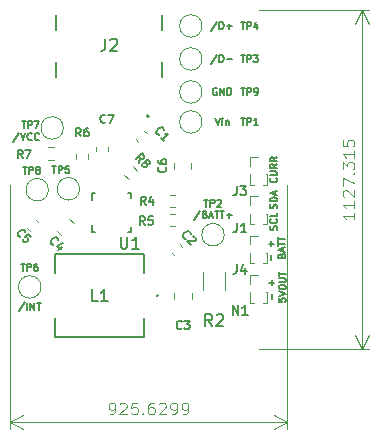
<source format=gbr>
%TF.GenerationSoftware,KiCad,Pcbnew,9.0.6*%
%TF.CreationDate,2025-12-26T02:16:26-08:00*%
%TF.ProjectId,NVG Monocular,4e564720-4d6f-46e6-9f63-756c61722e6b,rev?*%
%TF.SameCoordinates,Original*%
%TF.FileFunction,Legend,Top*%
%TF.FilePolarity,Positive*%
%FSLAX46Y46*%
G04 Gerber Fmt 4.6, Leading zero omitted, Abs format (unit mm)*
G04 Created by KiCad (PCBNEW 9.0.6) date 2025-12-26 02:16:26*
%MOMM*%
%LPD*%
G01*
G04 APERTURE LIST*
%ADD10C,0.100000*%
%ADD11C,0.146050*%
%ADD12C,0.130000*%
%ADD13C,0.139700*%
%ADD14C,0.150000*%
%ADD15C,0.120000*%
%ADD16C,0.152400*%
%ADD17C,0.200000*%
G04 APERTURE END LIST*
D10*
X146340986Y-107057419D02*
X146531462Y-107057419D01*
X146531462Y-107057419D02*
X146626700Y-107009800D01*
X146626700Y-107009800D02*
X146674319Y-106962180D01*
X146674319Y-106962180D02*
X146769557Y-106819323D01*
X146769557Y-106819323D02*
X146817176Y-106628847D01*
X146817176Y-106628847D02*
X146817176Y-106247895D01*
X146817176Y-106247895D02*
X146769557Y-106152657D01*
X146769557Y-106152657D02*
X146721938Y-106105038D01*
X146721938Y-106105038D02*
X146626700Y-106057419D01*
X146626700Y-106057419D02*
X146436224Y-106057419D01*
X146436224Y-106057419D02*
X146340986Y-106105038D01*
X146340986Y-106105038D02*
X146293367Y-106152657D01*
X146293367Y-106152657D02*
X146245748Y-106247895D01*
X146245748Y-106247895D02*
X146245748Y-106485990D01*
X146245748Y-106485990D02*
X146293367Y-106581228D01*
X146293367Y-106581228D02*
X146340986Y-106628847D01*
X146340986Y-106628847D02*
X146436224Y-106676466D01*
X146436224Y-106676466D02*
X146626700Y-106676466D01*
X146626700Y-106676466D02*
X146721938Y-106628847D01*
X146721938Y-106628847D02*
X146769557Y-106581228D01*
X146769557Y-106581228D02*
X146817176Y-106485990D01*
X147198129Y-106152657D02*
X147245748Y-106105038D01*
X147245748Y-106105038D02*
X147340986Y-106057419D01*
X147340986Y-106057419D02*
X147579081Y-106057419D01*
X147579081Y-106057419D02*
X147674319Y-106105038D01*
X147674319Y-106105038D02*
X147721938Y-106152657D01*
X147721938Y-106152657D02*
X147769557Y-106247895D01*
X147769557Y-106247895D02*
X147769557Y-106343133D01*
X147769557Y-106343133D02*
X147721938Y-106485990D01*
X147721938Y-106485990D02*
X147150510Y-107057419D01*
X147150510Y-107057419D02*
X147769557Y-107057419D01*
X148674319Y-106057419D02*
X148198129Y-106057419D01*
X148198129Y-106057419D02*
X148150510Y-106533609D01*
X148150510Y-106533609D02*
X148198129Y-106485990D01*
X148198129Y-106485990D02*
X148293367Y-106438371D01*
X148293367Y-106438371D02*
X148531462Y-106438371D01*
X148531462Y-106438371D02*
X148626700Y-106485990D01*
X148626700Y-106485990D02*
X148674319Y-106533609D01*
X148674319Y-106533609D02*
X148721938Y-106628847D01*
X148721938Y-106628847D02*
X148721938Y-106866942D01*
X148721938Y-106866942D02*
X148674319Y-106962180D01*
X148674319Y-106962180D02*
X148626700Y-107009800D01*
X148626700Y-107009800D02*
X148531462Y-107057419D01*
X148531462Y-107057419D02*
X148293367Y-107057419D01*
X148293367Y-107057419D02*
X148198129Y-107009800D01*
X148198129Y-107009800D02*
X148150510Y-106962180D01*
X149150510Y-106962180D02*
X149198129Y-107009800D01*
X149198129Y-107009800D02*
X149150510Y-107057419D01*
X149150510Y-107057419D02*
X149102891Y-107009800D01*
X149102891Y-107009800D02*
X149150510Y-106962180D01*
X149150510Y-106962180D02*
X149150510Y-107057419D01*
X150055271Y-106057419D02*
X149864795Y-106057419D01*
X149864795Y-106057419D02*
X149769557Y-106105038D01*
X149769557Y-106105038D02*
X149721938Y-106152657D01*
X149721938Y-106152657D02*
X149626700Y-106295514D01*
X149626700Y-106295514D02*
X149579081Y-106485990D01*
X149579081Y-106485990D02*
X149579081Y-106866942D01*
X149579081Y-106866942D02*
X149626700Y-106962180D01*
X149626700Y-106962180D02*
X149674319Y-107009800D01*
X149674319Y-107009800D02*
X149769557Y-107057419D01*
X149769557Y-107057419D02*
X149960033Y-107057419D01*
X149960033Y-107057419D02*
X150055271Y-107009800D01*
X150055271Y-107009800D02*
X150102890Y-106962180D01*
X150102890Y-106962180D02*
X150150509Y-106866942D01*
X150150509Y-106866942D02*
X150150509Y-106628847D01*
X150150509Y-106628847D02*
X150102890Y-106533609D01*
X150102890Y-106533609D02*
X150055271Y-106485990D01*
X150055271Y-106485990D02*
X149960033Y-106438371D01*
X149960033Y-106438371D02*
X149769557Y-106438371D01*
X149769557Y-106438371D02*
X149674319Y-106485990D01*
X149674319Y-106485990D02*
X149626700Y-106533609D01*
X149626700Y-106533609D02*
X149579081Y-106628847D01*
X150531462Y-106152657D02*
X150579081Y-106105038D01*
X150579081Y-106105038D02*
X150674319Y-106057419D01*
X150674319Y-106057419D02*
X150912414Y-106057419D01*
X150912414Y-106057419D02*
X151007652Y-106105038D01*
X151007652Y-106105038D02*
X151055271Y-106152657D01*
X151055271Y-106152657D02*
X151102890Y-106247895D01*
X151102890Y-106247895D02*
X151102890Y-106343133D01*
X151102890Y-106343133D02*
X151055271Y-106485990D01*
X151055271Y-106485990D02*
X150483843Y-107057419D01*
X150483843Y-107057419D02*
X151102890Y-107057419D01*
X151579081Y-107057419D02*
X151769557Y-107057419D01*
X151769557Y-107057419D02*
X151864795Y-107009800D01*
X151864795Y-107009800D02*
X151912414Y-106962180D01*
X151912414Y-106962180D02*
X152007652Y-106819323D01*
X152007652Y-106819323D02*
X152055271Y-106628847D01*
X152055271Y-106628847D02*
X152055271Y-106247895D01*
X152055271Y-106247895D02*
X152007652Y-106152657D01*
X152007652Y-106152657D02*
X151960033Y-106105038D01*
X151960033Y-106105038D02*
X151864795Y-106057419D01*
X151864795Y-106057419D02*
X151674319Y-106057419D01*
X151674319Y-106057419D02*
X151579081Y-106105038D01*
X151579081Y-106105038D02*
X151531462Y-106152657D01*
X151531462Y-106152657D02*
X151483843Y-106247895D01*
X151483843Y-106247895D02*
X151483843Y-106485990D01*
X151483843Y-106485990D02*
X151531462Y-106581228D01*
X151531462Y-106581228D02*
X151579081Y-106628847D01*
X151579081Y-106628847D02*
X151674319Y-106676466D01*
X151674319Y-106676466D02*
X151864795Y-106676466D01*
X151864795Y-106676466D02*
X151960033Y-106628847D01*
X151960033Y-106628847D02*
X152007652Y-106581228D01*
X152007652Y-106581228D02*
X152055271Y-106485990D01*
X152531462Y-107057419D02*
X152721938Y-107057419D01*
X152721938Y-107057419D02*
X152817176Y-107009800D01*
X152817176Y-107009800D02*
X152864795Y-106962180D01*
X152864795Y-106962180D02*
X152960033Y-106819323D01*
X152960033Y-106819323D02*
X153007652Y-106628847D01*
X153007652Y-106628847D02*
X153007652Y-106247895D01*
X153007652Y-106247895D02*
X152960033Y-106152657D01*
X152960033Y-106152657D02*
X152912414Y-106105038D01*
X152912414Y-106105038D02*
X152817176Y-106057419D01*
X152817176Y-106057419D02*
X152626700Y-106057419D01*
X152626700Y-106057419D02*
X152531462Y-106105038D01*
X152531462Y-106105038D02*
X152483843Y-106152657D01*
X152483843Y-106152657D02*
X152436224Y-106247895D01*
X152436224Y-106247895D02*
X152436224Y-106485990D01*
X152436224Y-106485990D02*
X152483843Y-106581228D01*
X152483843Y-106581228D02*
X152531462Y-106628847D01*
X152531462Y-106628847D02*
X152626700Y-106676466D01*
X152626700Y-106676466D02*
X152817176Y-106676466D01*
X152817176Y-106676466D02*
X152912414Y-106628847D01*
X152912414Y-106628847D02*
X152960033Y-106581228D01*
X152960033Y-106581228D02*
X153007652Y-106485990D01*
X137871200Y-87668800D02*
X137871200Y-108286420D01*
X161382200Y-108286420D02*
X161382200Y-87668800D01*
X137871200Y-107700000D02*
X161382200Y-107700000D01*
X137871200Y-107700000D02*
X138997704Y-107113579D01*
X137871200Y-107700000D02*
X138997704Y-108286421D01*
X161382200Y-107700000D02*
X160255696Y-108286421D01*
X161382200Y-107700000D02*
X160255696Y-107113579D01*
X167057419Y-89978323D02*
X167057419Y-90549751D01*
X167057419Y-90264037D02*
X166057419Y-90264037D01*
X166057419Y-90264037D02*
X166200276Y-90359275D01*
X166200276Y-90359275D02*
X166295514Y-90454513D01*
X166295514Y-90454513D02*
X166343133Y-90549751D01*
X167057419Y-89025942D02*
X167057419Y-89597370D01*
X167057419Y-89311656D02*
X166057419Y-89311656D01*
X166057419Y-89311656D02*
X166200276Y-89406894D01*
X166200276Y-89406894D02*
X166295514Y-89502132D01*
X166295514Y-89502132D02*
X166343133Y-89597370D01*
X166152657Y-88644989D02*
X166105038Y-88597370D01*
X166105038Y-88597370D02*
X166057419Y-88502132D01*
X166057419Y-88502132D02*
X166057419Y-88264037D01*
X166057419Y-88264037D02*
X166105038Y-88168799D01*
X166105038Y-88168799D02*
X166152657Y-88121180D01*
X166152657Y-88121180D02*
X166247895Y-88073561D01*
X166247895Y-88073561D02*
X166343133Y-88073561D01*
X166343133Y-88073561D02*
X166485990Y-88121180D01*
X166485990Y-88121180D02*
X167057419Y-88692608D01*
X167057419Y-88692608D02*
X167057419Y-88073561D01*
X166057419Y-87740227D02*
X166057419Y-87073561D01*
X166057419Y-87073561D02*
X167057419Y-87502132D01*
X166962180Y-86692608D02*
X167009800Y-86644989D01*
X167009800Y-86644989D02*
X167057419Y-86692608D01*
X167057419Y-86692608D02*
X167009800Y-86740227D01*
X167009800Y-86740227D02*
X166962180Y-86692608D01*
X166962180Y-86692608D02*
X167057419Y-86692608D01*
X166057419Y-86311656D02*
X166057419Y-85692609D01*
X166057419Y-85692609D02*
X166438371Y-86025942D01*
X166438371Y-86025942D02*
X166438371Y-85883085D01*
X166438371Y-85883085D02*
X166485990Y-85787847D01*
X166485990Y-85787847D02*
X166533609Y-85740228D01*
X166533609Y-85740228D02*
X166628847Y-85692609D01*
X166628847Y-85692609D02*
X166866942Y-85692609D01*
X166866942Y-85692609D02*
X166962180Y-85740228D01*
X166962180Y-85740228D02*
X167009800Y-85787847D01*
X167009800Y-85787847D02*
X167057419Y-85883085D01*
X167057419Y-85883085D02*
X167057419Y-86168799D01*
X167057419Y-86168799D02*
X167009800Y-86264037D01*
X167009800Y-86264037D02*
X166962180Y-86311656D01*
X167057419Y-84740228D02*
X167057419Y-85311656D01*
X167057419Y-85025942D02*
X166057419Y-85025942D01*
X166057419Y-85025942D02*
X166200276Y-85121180D01*
X166200276Y-85121180D02*
X166295514Y-85216418D01*
X166295514Y-85216418D02*
X166343133Y-85311656D01*
X166057419Y-83835466D02*
X166057419Y-84311656D01*
X166057419Y-84311656D02*
X166533609Y-84359275D01*
X166533609Y-84359275D02*
X166485990Y-84311656D01*
X166485990Y-84311656D02*
X166438371Y-84216418D01*
X166438371Y-84216418D02*
X166438371Y-83978323D01*
X166438371Y-83978323D02*
X166485990Y-83883085D01*
X166485990Y-83883085D02*
X166533609Y-83835466D01*
X166533609Y-83835466D02*
X166628847Y-83787847D01*
X166628847Y-83787847D02*
X166866942Y-83787847D01*
X166866942Y-83787847D02*
X166962180Y-83835466D01*
X166962180Y-83835466D02*
X167009800Y-83883085D01*
X167009800Y-83883085D02*
X167057419Y-83978323D01*
X167057419Y-83978323D02*
X167057419Y-84216418D01*
X167057419Y-84216418D02*
X167009800Y-84311656D01*
X167009800Y-84311656D02*
X166962180Y-84359275D01*
X158999300Y-101485700D02*
X168286420Y-101485700D01*
X168286420Y-72851900D02*
X158999300Y-72851900D01*
X167700000Y-101485700D02*
X167700000Y-72851900D01*
X167700000Y-101485700D02*
X167113579Y-100359196D01*
X167700000Y-101485700D02*
X168286421Y-100359196D01*
X167700000Y-72851900D02*
X168286421Y-73978404D01*
X167700000Y-72851900D02*
X167113579Y-73978404D01*
D11*
X160023157Y-93998819D02*
X160023157Y-93553715D01*
X160444071Y-87060991D02*
X160471891Y-87088810D01*
X160471891Y-87088810D02*
X160499710Y-87172267D01*
X160499710Y-87172267D02*
X160499710Y-87227905D01*
X160499710Y-87227905D02*
X160471891Y-87311362D01*
X160471891Y-87311362D02*
X160416252Y-87367000D01*
X160416252Y-87367000D02*
X160360614Y-87394819D01*
X160360614Y-87394819D02*
X160249338Y-87422638D01*
X160249338Y-87422638D02*
X160165881Y-87422638D01*
X160165881Y-87422638D02*
X160054605Y-87394819D01*
X160054605Y-87394819D02*
X159998967Y-87367000D01*
X159998967Y-87367000D02*
X159943329Y-87311362D01*
X159943329Y-87311362D02*
X159915510Y-87227905D01*
X159915510Y-87227905D02*
X159915510Y-87172267D01*
X159915510Y-87172267D02*
X159943329Y-87088810D01*
X159943329Y-87088810D02*
X159971148Y-87060991D01*
X159915510Y-86810619D02*
X160388433Y-86810619D01*
X160388433Y-86810619D02*
X160444071Y-86782800D01*
X160444071Y-86782800D02*
X160471891Y-86754981D01*
X160471891Y-86754981D02*
X160499710Y-86699343D01*
X160499710Y-86699343D02*
X160499710Y-86588067D01*
X160499710Y-86588067D02*
X160471891Y-86532429D01*
X160471891Y-86532429D02*
X160444071Y-86504610D01*
X160444071Y-86504610D02*
X160388433Y-86476791D01*
X160388433Y-86476791D02*
X159915510Y-86476791D01*
X160499710Y-85864772D02*
X160221519Y-86059505D01*
X160499710Y-86198600D02*
X159915510Y-86198600D01*
X159915510Y-86198600D02*
X159915510Y-85976048D01*
X159915510Y-85976048D02*
X159943329Y-85920410D01*
X159943329Y-85920410D02*
X159971148Y-85892591D01*
X159971148Y-85892591D02*
X160026786Y-85864772D01*
X160026786Y-85864772D02*
X160110243Y-85864772D01*
X160110243Y-85864772D02*
X160165881Y-85892591D01*
X160165881Y-85892591D02*
X160193700Y-85920410D01*
X160193700Y-85920410D02*
X160221519Y-85976048D01*
X160221519Y-85976048D02*
X160221519Y-86198600D01*
X160499710Y-85280572D02*
X160221519Y-85475305D01*
X160499710Y-85614400D02*
X159915510Y-85614400D01*
X159915510Y-85614400D02*
X159915510Y-85391848D01*
X159915510Y-85391848D02*
X159943329Y-85336210D01*
X159943329Y-85336210D02*
X159971148Y-85308391D01*
X159971148Y-85308391D02*
X160026786Y-85280572D01*
X160026786Y-85280572D02*
X160110243Y-85280572D01*
X160110243Y-85280572D02*
X160165881Y-85308391D01*
X160165881Y-85308391D02*
X160193700Y-85336210D01*
X160193700Y-85336210D02*
X160221519Y-85391848D01*
X160221519Y-85391848D02*
X160221519Y-85614400D01*
X160073957Y-96132419D02*
X160073957Y-95687315D01*
X160296510Y-95909867D02*
X159851405Y-95909867D01*
D12*
X155285714Y-81970811D02*
X155485714Y-82570811D01*
X155485714Y-82570811D02*
X155685714Y-81970811D01*
X155885715Y-82570811D02*
X155885715Y-82170811D01*
X155885715Y-81970811D02*
X155857143Y-81999382D01*
X155857143Y-81999382D02*
X155885715Y-82027954D01*
X155885715Y-82027954D02*
X155914286Y-81999382D01*
X155914286Y-81999382D02*
X155885715Y-81970811D01*
X155885715Y-81970811D02*
X155885715Y-82027954D01*
X156171429Y-82170811D02*
X156171429Y-82570811D01*
X156171429Y-82227954D02*
X156200000Y-82199382D01*
X156200000Y-82199382D02*
X156257143Y-82170811D01*
X156257143Y-82170811D02*
X156342857Y-82170811D01*
X156342857Y-82170811D02*
X156400000Y-82199382D01*
X156400000Y-82199382D02*
X156428572Y-82256525D01*
X156428572Y-82256525D02*
X156428572Y-82570811D01*
D13*
X160905230Y-93605064D02*
X160933049Y-93521607D01*
X160933049Y-93521607D02*
X160960868Y-93493788D01*
X160960868Y-93493788D02*
X161016506Y-93465969D01*
X161016506Y-93465969D02*
X161099963Y-93465969D01*
X161099963Y-93465969D02*
X161155601Y-93493788D01*
X161155601Y-93493788D02*
X161183421Y-93521607D01*
X161183421Y-93521607D02*
X161211240Y-93577245D01*
X161211240Y-93577245D02*
X161211240Y-93799797D01*
X161211240Y-93799797D02*
X160627040Y-93799797D01*
X160627040Y-93799797D02*
X160627040Y-93605064D01*
X160627040Y-93605064D02*
X160654859Y-93549426D01*
X160654859Y-93549426D02*
X160682678Y-93521607D01*
X160682678Y-93521607D02*
X160738316Y-93493788D01*
X160738316Y-93493788D02*
X160793954Y-93493788D01*
X160793954Y-93493788D02*
X160849592Y-93521607D01*
X160849592Y-93521607D02*
X160877411Y-93549426D01*
X160877411Y-93549426D02*
X160905230Y-93605064D01*
X160905230Y-93605064D02*
X160905230Y-93799797D01*
X161044325Y-93243416D02*
X161044325Y-92965226D01*
X161211240Y-93299054D02*
X160627040Y-93104321D01*
X160627040Y-93104321D02*
X161211240Y-92909588D01*
X160627040Y-92798311D02*
X160627040Y-92464483D01*
X161211240Y-92631397D02*
X160627040Y-92631397D01*
X160627040Y-92353206D02*
X160627040Y-92019378D01*
X161211240Y-92186292D02*
X160627040Y-92186292D01*
D11*
X160073957Y-97300819D02*
X160073957Y-96855715D01*
X160471891Y-91435838D02*
X160499710Y-91352381D01*
X160499710Y-91352381D02*
X160499710Y-91213286D01*
X160499710Y-91213286D02*
X160471891Y-91157648D01*
X160471891Y-91157648D02*
X160444071Y-91129829D01*
X160444071Y-91129829D02*
X160388433Y-91102010D01*
X160388433Y-91102010D02*
X160332795Y-91102010D01*
X160332795Y-91102010D02*
X160277157Y-91129829D01*
X160277157Y-91129829D02*
X160249338Y-91157648D01*
X160249338Y-91157648D02*
X160221519Y-91213286D01*
X160221519Y-91213286D02*
X160193700Y-91324562D01*
X160193700Y-91324562D02*
X160165881Y-91380200D01*
X160165881Y-91380200D02*
X160138062Y-91408019D01*
X160138062Y-91408019D02*
X160082424Y-91435838D01*
X160082424Y-91435838D02*
X160026786Y-91435838D01*
X160026786Y-91435838D02*
X159971148Y-91408019D01*
X159971148Y-91408019D02*
X159943329Y-91380200D01*
X159943329Y-91380200D02*
X159915510Y-91324562D01*
X159915510Y-91324562D02*
X159915510Y-91185467D01*
X159915510Y-91185467D02*
X159943329Y-91102010D01*
X160444071Y-90517810D02*
X160471891Y-90545629D01*
X160471891Y-90545629D02*
X160499710Y-90629086D01*
X160499710Y-90629086D02*
X160499710Y-90684724D01*
X160499710Y-90684724D02*
X160471891Y-90768181D01*
X160471891Y-90768181D02*
X160416252Y-90823819D01*
X160416252Y-90823819D02*
X160360614Y-90851638D01*
X160360614Y-90851638D02*
X160249338Y-90879457D01*
X160249338Y-90879457D02*
X160165881Y-90879457D01*
X160165881Y-90879457D02*
X160054605Y-90851638D01*
X160054605Y-90851638D02*
X159998967Y-90823819D01*
X159998967Y-90823819D02*
X159943329Y-90768181D01*
X159943329Y-90768181D02*
X159915510Y-90684724D01*
X159915510Y-90684724D02*
X159915510Y-90629086D01*
X159915510Y-90629086D02*
X159943329Y-90545629D01*
X159943329Y-90545629D02*
X159971148Y-90517810D01*
X160499710Y-89989248D02*
X160499710Y-90267438D01*
X160499710Y-90267438D02*
X159915510Y-90267438D01*
X160471891Y-89607038D02*
X160499710Y-89523581D01*
X160499710Y-89523581D02*
X160499710Y-89384486D01*
X160499710Y-89384486D02*
X160471891Y-89328848D01*
X160471891Y-89328848D02*
X160444071Y-89301029D01*
X160444071Y-89301029D02*
X160388433Y-89273210D01*
X160388433Y-89273210D02*
X160332795Y-89273210D01*
X160332795Y-89273210D02*
X160277157Y-89301029D01*
X160277157Y-89301029D02*
X160249338Y-89328848D01*
X160249338Y-89328848D02*
X160221519Y-89384486D01*
X160221519Y-89384486D02*
X160193700Y-89495762D01*
X160193700Y-89495762D02*
X160165881Y-89551400D01*
X160165881Y-89551400D02*
X160138062Y-89579219D01*
X160138062Y-89579219D02*
X160082424Y-89607038D01*
X160082424Y-89607038D02*
X160026786Y-89607038D01*
X160026786Y-89607038D02*
X159971148Y-89579219D01*
X159971148Y-89579219D02*
X159943329Y-89551400D01*
X159943329Y-89551400D02*
X159915510Y-89495762D01*
X159915510Y-89495762D02*
X159915510Y-89356667D01*
X159915510Y-89356667D02*
X159943329Y-89273210D01*
X160499710Y-89022838D02*
X159915510Y-89022838D01*
X159915510Y-89022838D02*
X159915510Y-88883743D01*
X159915510Y-88883743D02*
X159943329Y-88800286D01*
X159943329Y-88800286D02*
X159998967Y-88744648D01*
X159998967Y-88744648D02*
X160054605Y-88716829D01*
X160054605Y-88716829D02*
X160165881Y-88689010D01*
X160165881Y-88689010D02*
X160249338Y-88689010D01*
X160249338Y-88689010D02*
X160360614Y-88716829D01*
X160360614Y-88716829D02*
X160416252Y-88744648D01*
X160416252Y-88744648D02*
X160471891Y-88800286D01*
X160471891Y-88800286D02*
X160499710Y-88883743D01*
X160499710Y-88883743D02*
X160499710Y-89022838D01*
X160332795Y-88466457D02*
X160332795Y-88188267D01*
X160499710Y-88522095D02*
X159915510Y-88327362D01*
X159915510Y-88327362D02*
X160499710Y-88132629D01*
D13*
X160651711Y-97230007D02*
X160651711Y-97508197D01*
X160651711Y-97508197D02*
X160929901Y-97536016D01*
X160929901Y-97536016D02*
X160902082Y-97508197D01*
X160902082Y-97508197D02*
X160874263Y-97452559D01*
X160874263Y-97452559D02*
X160874263Y-97313464D01*
X160874263Y-97313464D02*
X160902082Y-97257826D01*
X160902082Y-97257826D02*
X160929901Y-97230007D01*
X160929901Y-97230007D02*
X160985539Y-97202188D01*
X160985539Y-97202188D02*
X161124634Y-97202188D01*
X161124634Y-97202188D02*
X161180272Y-97230007D01*
X161180272Y-97230007D02*
X161208092Y-97257826D01*
X161208092Y-97257826D02*
X161235911Y-97313464D01*
X161235911Y-97313464D02*
X161235911Y-97452559D01*
X161235911Y-97452559D02*
X161208092Y-97508197D01*
X161208092Y-97508197D02*
X161180272Y-97536016D01*
X160651711Y-97035273D02*
X161235911Y-96840540D01*
X161235911Y-96840540D02*
X160651711Y-96645807D01*
X160651711Y-96339797D02*
X160651711Y-96228521D01*
X160651711Y-96228521D02*
X160679530Y-96172883D01*
X160679530Y-96172883D02*
X160735168Y-96117245D01*
X160735168Y-96117245D02*
X160846444Y-96089426D01*
X160846444Y-96089426D02*
X161041177Y-96089426D01*
X161041177Y-96089426D02*
X161152453Y-96117245D01*
X161152453Y-96117245D02*
X161208092Y-96172883D01*
X161208092Y-96172883D02*
X161235911Y-96228521D01*
X161235911Y-96228521D02*
X161235911Y-96339797D01*
X161235911Y-96339797D02*
X161208092Y-96395435D01*
X161208092Y-96395435D02*
X161152453Y-96451073D01*
X161152453Y-96451073D02*
X161041177Y-96478892D01*
X161041177Y-96478892D02*
X160846444Y-96478892D01*
X160846444Y-96478892D02*
X160735168Y-96451073D01*
X160735168Y-96451073D02*
X160679530Y-96395435D01*
X160679530Y-96395435D02*
X160651711Y-96339797D01*
X160651711Y-95839054D02*
X161124634Y-95839054D01*
X161124634Y-95839054D02*
X161180272Y-95811235D01*
X161180272Y-95811235D02*
X161208092Y-95783416D01*
X161208092Y-95783416D02*
X161235911Y-95727778D01*
X161235911Y-95727778D02*
X161235911Y-95616502D01*
X161235911Y-95616502D02*
X161208092Y-95560864D01*
X161208092Y-95560864D02*
X161180272Y-95533045D01*
X161180272Y-95533045D02*
X161124634Y-95505226D01*
X161124634Y-95505226D02*
X160651711Y-95505226D01*
X160651711Y-95310492D02*
X160651711Y-94976664D01*
X161235911Y-95143578D02*
X160651711Y-95143578D01*
D11*
X160023157Y-92830419D02*
X160023157Y-92385315D01*
X160245710Y-92607867D02*
X159800605Y-92607867D01*
D12*
X138993656Y-86081611D02*
X139336514Y-86081611D01*
X139165085Y-86681611D02*
X139165085Y-86081611D01*
X139536514Y-86681611D02*
X139536514Y-86081611D01*
X139536514Y-86081611D02*
X139765085Y-86081611D01*
X139765085Y-86081611D02*
X139822228Y-86110182D01*
X139822228Y-86110182D02*
X139850799Y-86138754D01*
X139850799Y-86138754D02*
X139879371Y-86195897D01*
X139879371Y-86195897D02*
X139879371Y-86281611D01*
X139879371Y-86281611D02*
X139850799Y-86338754D01*
X139850799Y-86338754D02*
X139822228Y-86367325D01*
X139822228Y-86367325D02*
X139765085Y-86395897D01*
X139765085Y-86395897D02*
X139536514Y-86395897D01*
X140222228Y-86338754D02*
X140165085Y-86310182D01*
X140165085Y-86310182D02*
X140136514Y-86281611D01*
X140136514Y-86281611D02*
X140107942Y-86224468D01*
X140107942Y-86224468D02*
X140107942Y-86195897D01*
X140107942Y-86195897D02*
X140136514Y-86138754D01*
X140136514Y-86138754D02*
X140165085Y-86110182D01*
X140165085Y-86110182D02*
X140222228Y-86081611D01*
X140222228Y-86081611D02*
X140336514Y-86081611D01*
X140336514Y-86081611D02*
X140393657Y-86110182D01*
X140393657Y-86110182D02*
X140422228Y-86138754D01*
X140422228Y-86138754D02*
X140450799Y-86195897D01*
X140450799Y-86195897D02*
X140450799Y-86224468D01*
X140450799Y-86224468D02*
X140422228Y-86281611D01*
X140422228Y-86281611D02*
X140393657Y-86310182D01*
X140393657Y-86310182D02*
X140336514Y-86338754D01*
X140336514Y-86338754D02*
X140222228Y-86338754D01*
X140222228Y-86338754D02*
X140165085Y-86367325D01*
X140165085Y-86367325D02*
X140136514Y-86395897D01*
X140136514Y-86395897D02*
X140107942Y-86453040D01*
X140107942Y-86453040D02*
X140107942Y-86567325D01*
X140107942Y-86567325D02*
X140136514Y-86624468D01*
X140136514Y-86624468D02*
X140165085Y-86653040D01*
X140165085Y-86653040D02*
X140222228Y-86681611D01*
X140222228Y-86681611D02*
X140336514Y-86681611D01*
X140336514Y-86681611D02*
X140393657Y-86653040D01*
X140393657Y-86653040D02*
X140422228Y-86624468D01*
X140422228Y-86624468D02*
X140450799Y-86567325D01*
X140450799Y-86567325D02*
X140450799Y-86453040D01*
X140450799Y-86453040D02*
X140422228Y-86395897D01*
X140422228Y-86395897D02*
X140393657Y-86367325D01*
X140393657Y-86367325D02*
X140336514Y-86338754D01*
D14*
X152796738Y-92199070D02*
X152749598Y-92199070D01*
X152749598Y-92199070D02*
X152655317Y-92151929D01*
X152655317Y-92151929D02*
X152608176Y-92104789D01*
X152608176Y-92104789D02*
X152561036Y-92010508D01*
X152561036Y-92010508D02*
X152561036Y-91916227D01*
X152561036Y-91916227D02*
X152584606Y-91845516D01*
X152584606Y-91845516D02*
X152655317Y-91727665D01*
X152655317Y-91727665D02*
X152726027Y-91656955D01*
X152726027Y-91656955D02*
X152843879Y-91586244D01*
X152843879Y-91586244D02*
X152914589Y-91562674D01*
X152914589Y-91562674D02*
X153008870Y-91562674D01*
X153008870Y-91562674D02*
X153103151Y-91609814D01*
X153103151Y-91609814D02*
X153150291Y-91656955D01*
X153150291Y-91656955D02*
X153197432Y-91751236D01*
X153197432Y-91751236D02*
X153197432Y-91798376D01*
X153385994Y-91986938D02*
X153433134Y-91986938D01*
X153433134Y-91986938D02*
X153503845Y-92010508D01*
X153503845Y-92010508D02*
X153621696Y-92128359D01*
X153621696Y-92128359D02*
X153645266Y-92199070D01*
X153645266Y-92199070D02*
X153645266Y-92246210D01*
X153645266Y-92246210D02*
X153621696Y-92316921D01*
X153621696Y-92316921D02*
X153574556Y-92364061D01*
X153574556Y-92364061D02*
X153480275Y-92411202D01*
X153480275Y-92411202D02*
X152914589Y-92411202D01*
X152914589Y-92411202D02*
X153221002Y-92717615D01*
X152435733Y-99766566D02*
X152402400Y-99799900D01*
X152402400Y-99799900D02*
X152302400Y-99833233D01*
X152302400Y-99833233D02*
X152235733Y-99833233D01*
X152235733Y-99833233D02*
X152135733Y-99799900D01*
X152135733Y-99799900D02*
X152069067Y-99733233D01*
X152069067Y-99733233D02*
X152035733Y-99666566D01*
X152035733Y-99666566D02*
X152002400Y-99533233D01*
X152002400Y-99533233D02*
X152002400Y-99433233D01*
X152002400Y-99433233D02*
X152035733Y-99299900D01*
X152035733Y-99299900D02*
X152069067Y-99233233D01*
X152069067Y-99233233D02*
X152135733Y-99166566D01*
X152135733Y-99166566D02*
X152235733Y-99133233D01*
X152235733Y-99133233D02*
X152302400Y-99133233D01*
X152302400Y-99133233D02*
X152402400Y-99166566D01*
X152402400Y-99166566D02*
X152435733Y-99199900D01*
X152669067Y-99133233D02*
X153102400Y-99133233D01*
X153102400Y-99133233D02*
X152869067Y-99399900D01*
X152869067Y-99399900D02*
X152969067Y-99399900D01*
X152969067Y-99399900D02*
X153035733Y-99433233D01*
X153035733Y-99433233D02*
X153069067Y-99466566D01*
X153069067Y-99466566D02*
X153102400Y-99533233D01*
X153102400Y-99533233D02*
X153102400Y-99699900D01*
X153102400Y-99699900D02*
X153069067Y-99766566D01*
X153069067Y-99766566D02*
X153035733Y-99799900D01*
X153035733Y-99799900D02*
X152969067Y-99833233D01*
X152969067Y-99833233D02*
X152769067Y-99833233D01*
X152769067Y-99833233D02*
X152702400Y-99799900D01*
X152702400Y-99799900D02*
X152669067Y-99766566D01*
D12*
X157434056Y-76632811D02*
X157776914Y-76632811D01*
X157605485Y-77232811D02*
X157605485Y-76632811D01*
X157976914Y-77232811D02*
X157976914Y-76632811D01*
X157976914Y-76632811D02*
X158205485Y-76632811D01*
X158205485Y-76632811D02*
X158262628Y-76661382D01*
X158262628Y-76661382D02*
X158291199Y-76689954D01*
X158291199Y-76689954D02*
X158319771Y-76747097D01*
X158319771Y-76747097D02*
X158319771Y-76832811D01*
X158319771Y-76832811D02*
X158291199Y-76889954D01*
X158291199Y-76889954D02*
X158262628Y-76918525D01*
X158262628Y-76918525D02*
X158205485Y-76947097D01*
X158205485Y-76947097D02*
X157976914Y-76947097D01*
X158519771Y-76632811D02*
X158891199Y-76632811D01*
X158891199Y-76632811D02*
X158691199Y-76861382D01*
X158691199Y-76861382D02*
X158776914Y-76861382D01*
X158776914Y-76861382D02*
X158834057Y-76889954D01*
X158834057Y-76889954D02*
X158862628Y-76918525D01*
X158862628Y-76918525D02*
X158891199Y-76975668D01*
X158891199Y-76975668D02*
X158891199Y-77118525D01*
X158891199Y-77118525D02*
X158862628Y-77175668D01*
X158862628Y-77175668D02*
X158834057Y-77204240D01*
X158834057Y-77204240D02*
X158776914Y-77232811D01*
X158776914Y-77232811D02*
X158605485Y-77232811D01*
X158605485Y-77232811D02*
X158548342Y-77204240D01*
X158548342Y-77204240D02*
X158519771Y-77175668D01*
X155440114Y-76608840D02*
X154925828Y-77380268D01*
X155640114Y-77237411D02*
X155640114Y-76637411D01*
X155640114Y-76637411D02*
X155782971Y-76637411D01*
X155782971Y-76637411D02*
X155868685Y-76665982D01*
X155868685Y-76665982D02*
X155925828Y-76723125D01*
X155925828Y-76723125D02*
X155954399Y-76780268D01*
X155954399Y-76780268D02*
X155982971Y-76894554D01*
X155982971Y-76894554D02*
X155982971Y-76980268D01*
X155982971Y-76980268D02*
X155954399Y-77094554D01*
X155954399Y-77094554D02*
X155925828Y-77151697D01*
X155925828Y-77151697D02*
X155868685Y-77208840D01*
X155868685Y-77208840D02*
X155782971Y-77237411D01*
X155782971Y-77237411D02*
X155640114Y-77237411D01*
X156240114Y-77008840D02*
X156697257Y-77008840D01*
D14*
X148837998Y-85743810D02*
X148908708Y-85343116D01*
X148555155Y-85460968D02*
X149050130Y-84965993D01*
X149050130Y-84965993D02*
X149238691Y-85154555D01*
X149238691Y-85154555D02*
X149262262Y-85225265D01*
X149262262Y-85225265D02*
X149262262Y-85272406D01*
X149262262Y-85272406D02*
X149238691Y-85343116D01*
X149238691Y-85343116D02*
X149167981Y-85413827D01*
X149167981Y-85413827D02*
X149097270Y-85437397D01*
X149097270Y-85437397D02*
X149050130Y-85437397D01*
X149050130Y-85437397D02*
X148979419Y-85413827D01*
X148979419Y-85413827D02*
X148790857Y-85225265D01*
X149403683Y-85743810D02*
X149380113Y-85673100D01*
X149380113Y-85673100D02*
X149380113Y-85625959D01*
X149380113Y-85625959D02*
X149403683Y-85555248D01*
X149403683Y-85555248D02*
X149427253Y-85531678D01*
X149427253Y-85531678D02*
X149497964Y-85508108D01*
X149497964Y-85508108D02*
X149545104Y-85508108D01*
X149545104Y-85508108D02*
X149615815Y-85531678D01*
X149615815Y-85531678D02*
X149710096Y-85625959D01*
X149710096Y-85625959D02*
X149733666Y-85696670D01*
X149733666Y-85696670D02*
X149733666Y-85743810D01*
X149733666Y-85743810D02*
X149710096Y-85814521D01*
X149710096Y-85814521D02*
X149686526Y-85838091D01*
X149686526Y-85838091D02*
X149615815Y-85861661D01*
X149615815Y-85861661D02*
X149568675Y-85861661D01*
X149568675Y-85861661D02*
X149497964Y-85838091D01*
X149497964Y-85838091D02*
X149403683Y-85743810D01*
X149403683Y-85743810D02*
X149332972Y-85720240D01*
X149332972Y-85720240D02*
X149285832Y-85720240D01*
X149285832Y-85720240D02*
X149215121Y-85743810D01*
X149215121Y-85743810D02*
X149120840Y-85838091D01*
X149120840Y-85838091D02*
X149097270Y-85908802D01*
X149097270Y-85908802D02*
X149097270Y-85955942D01*
X149097270Y-85955942D02*
X149120840Y-86026653D01*
X149120840Y-86026653D02*
X149215121Y-86120934D01*
X149215121Y-86120934D02*
X149285832Y-86144504D01*
X149285832Y-86144504D02*
X149332972Y-86144504D01*
X149332972Y-86144504D02*
X149403683Y-86120934D01*
X149403683Y-86120934D02*
X149497964Y-86026653D01*
X149497964Y-86026653D02*
X149521534Y-85955942D01*
X149521534Y-85955942D02*
X149521534Y-85908802D01*
X149521534Y-85908802D02*
X149497964Y-85838091D01*
X138973733Y-85355233D02*
X138740400Y-85021900D01*
X138573733Y-85355233D02*
X138573733Y-84655233D01*
X138573733Y-84655233D02*
X138840400Y-84655233D01*
X138840400Y-84655233D02*
X138907067Y-84688566D01*
X138907067Y-84688566D02*
X138940400Y-84721900D01*
X138940400Y-84721900D02*
X138973733Y-84788566D01*
X138973733Y-84788566D02*
X138973733Y-84888566D01*
X138973733Y-84888566D02*
X138940400Y-84955233D01*
X138940400Y-84955233D02*
X138907067Y-84988566D01*
X138907067Y-84988566D02*
X138840400Y-85021900D01*
X138840400Y-85021900D02*
X138573733Y-85021900D01*
X139207067Y-84655233D02*
X139673733Y-84655233D01*
X139673733Y-84655233D02*
X139373733Y-85355233D01*
D12*
X138892056Y-82220811D02*
X139234914Y-82220811D01*
X139063485Y-82820811D02*
X139063485Y-82220811D01*
X139434914Y-82820811D02*
X139434914Y-82220811D01*
X139434914Y-82220811D02*
X139663485Y-82220811D01*
X139663485Y-82220811D02*
X139720628Y-82249382D01*
X139720628Y-82249382D02*
X139749199Y-82277954D01*
X139749199Y-82277954D02*
X139777771Y-82335097D01*
X139777771Y-82335097D02*
X139777771Y-82420811D01*
X139777771Y-82420811D02*
X139749199Y-82477954D01*
X139749199Y-82477954D02*
X139720628Y-82506525D01*
X139720628Y-82506525D02*
X139663485Y-82535097D01*
X139663485Y-82535097D02*
X139434914Y-82535097D01*
X139977771Y-82220811D02*
X140377771Y-82220811D01*
X140377771Y-82220811D02*
X140120628Y-82820811D01*
X138693600Y-83212840D02*
X138179314Y-83984268D01*
X138807885Y-83241411D02*
X139007885Y-83841411D01*
X139007885Y-83841411D02*
X139207885Y-83241411D01*
X139750743Y-83784268D02*
X139722171Y-83812840D01*
X139722171Y-83812840D02*
X139636457Y-83841411D01*
X139636457Y-83841411D02*
X139579314Y-83841411D01*
X139579314Y-83841411D02*
X139493600Y-83812840D01*
X139493600Y-83812840D02*
X139436457Y-83755697D01*
X139436457Y-83755697D02*
X139407886Y-83698554D01*
X139407886Y-83698554D02*
X139379314Y-83584268D01*
X139379314Y-83584268D02*
X139379314Y-83498554D01*
X139379314Y-83498554D02*
X139407886Y-83384268D01*
X139407886Y-83384268D02*
X139436457Y-83327125D01*
X139436457Y-83327125D02*
X139493600Y-83269982D01*
X139493600Y-83269982D02*
X139579314Y-83241411D01*
X139579314Y-83241411D02*
X139636457Y-83241411D01*
X139636457Y-83241411D02*
X139722171Y-83269982D01*
X139722171Y-83269982D02*
X139750743Y-83298554D01*
X140350743Y-83784268D02*
X140322171Y-83812840D01*
X140322171Y-83812840D02*
X140236457Y-83841411D01*
X140236457Y-83841411D02*
X140179314Y-83841411D01*
X140179314Y-83841411D02*
X140093600Y-83812840D01*
X140093600Y-83812840D02*
X140036457Y-83755697D01*
X140036457Y-83755697D02*
X140007886Y-83698554D01*
X140007886Y-83698554D02*
X139979314Y-83584268D01*
X139979314Y-83584268D02*
X139979314Y-83498554D01*
X139979314Y-83498554D02*
X140007886Y-83384268D01*
X140007886Y-83384268D02*
X140036457Y-83327125D01*
X140036457Y-83327125D02*
X140093600Y-83269982D01*
X140093600Y-83269982D02*
X140179314Y-83241411D01*
X140179314Y-83241411D02*
X140236457Y-83241411D01*
X140236457Y-83241411D02*
X140322171Y-83269982D01*
X140322171Y-83269982D02*
X140350743Y-83298554D01*
D14*
X147269295Y-92012419D02*
X147269295Y-92821942D01*
X147269295Y-92821942D02*
X147316914Y-92917180D01*
X147316914Y-92917180D02*
X147364533Y-92964800D01*
X147364533Y-92964800D02*
X147459771Y-93012419D01*
X147459771Y-93012419D02*
X147650247Y-93012419D01*
X147650247Y-93012419D02*
X147745485Y-92964800D01*
X147745485Y-92964800D02*
X147793104Y-92917180D01*
X147793104Y-92917180D02*
X147840723Y-92821942D01*
X147840723Y-92821942D02*
X147840723Y-92012419D01*
X148840723Y-93012419D02*
X148269295Y-93012419D01*
X148555009Y-93012419D02*
X148555009Y-92012419D01*
X148555009Y-92012419D02*
X148459771Y-92155276D01*
X148459771Y-92155276D02*
X148364533Y-92250514D01*
X148364533Y-92250514D02*
X148269295Y-92298133D01*
D12*
X154335256Y-88875611D02*
X154678114Y-88875611D01*
X154506685Y-89475611D02*
X154506685Y-88875611D01*
X154878114Y-89475611D02*
X154878114Y-88875611D01*
X154878114Y-88875611D02*
X155106685Y-88875611D01*
X155106685Y-88875611D02*
X155163828Y-88904182D01*
X155163828Y-88904182D02*
X155192399Y-88932754D01*
X155192399Y-88932754D02*
X155220971Y-88989897D01*
X155220971Y-88989897D02*
X155220971Y-89075611D01*
X155220971Y-89075611D02*
X155192399Y-89132754D01*
X155192399Y-89132754D02*
X155163828Y-89161325D01*
X155163828Y-89161325D02*
X155106685Y-89189897D01*
X155106685Y-89189897D02*
X154878114Y-89189897D01*
X155449542Y-88932754D02*
X155478114Y-88904182D01*
X155478114Y-88904182D02*
X155535257Y-88875611D01*
X155535257Y-88875611D02*
X155678114Y-88875611D01*
X155678114Y-88875611D02*
X155735257Y-88904182D01*
X155735257Y-88904182D02*
X155763828Y-88932754D01*
X155763828Y-88932754D02*
X155792399Y-88989897D01*
X155792399Y-88989897D02*
X155792399Y-89047040D01*
X155792399Y-89047040D02*
X155763828Y-89132754D01*
X155763828Y-89132754D02*
X155420971Y-89475611D01*
X155420971Y-89475611D02*
X155792399Y-89475611D01*
X154014628Y-89816840D02*
X153500342Y-90588268D01*
X154414628Y-90131125D02*
X154500342Y-90159697D01*
X154500342Y-90159697D02*
X154528913Y-90188268D01*
X154528913Y-90188268D02*
X154557485Y-90245411D01*
X154557485Y-90245411D02*
X154557485Y-90331125D01*
X154557485Y-90331125D02*
X154528913Y-90388268D01*
X154528913Y-90388268D02*
X154500342Y-90416840D01*
X154500342Y-90416840D02*
X154443199Y-90445411D01*
X154443199Y-90445411D02*
X154214628Y-90445411D01*
X154214628Y-90445411D02*
X154214628Y-89845411D01*
X154214628Y-89845411D02*
X154414628Y-89845411D01*
X154414628Y-89845411D02*
X154471771Y-89873982D01*
X154471771Y-89873982D02*
X154500342Y-89902554D01*
X154500342Y-89902554D02*
X154528913Y-89959697D01*
X154528913Y-89959697D02*
X154528913Y-90016840D01*
X154528913Y-90016840D02*
X154500342Y-90073982D01*
X154500342Y-90073982D02*
X154471771Y-90102554D01*
X154471771Y-90102554D02*
X154414628Y-90131125D01*
X154414628Y-90131125D02*
X154214628Y-90131125D01*
X154786056Y-90273982D02*
X155071771Y-90273982D01*
X154728913Y-90445411D02*
X154928913Y-89845411D01*
X154928913Y-89845411D02*
X155128913Y-90445411D01*
X155243199Y-89845411D02*
X155586057Y-89845411D01*
X155414628Y-90445411D02*
X155414628Y-89845411D01*
X155700342Y-89845411D02*
X156043200Y-89845411D01*
X155871771Y-90445411D02*
X155871771Y-89845411D01*
X156243200Y-90216840D02*
X156700343Y-90216840D01*
X156471771Y-90445411D02*
X156471771Y-89988268D01*
D14*
X145983333Y-82305366D02*
X145950000Y-82338700D01*
X145950000Y-82338700D02*
X145850000Y-82372033D01*
X145850000Y-82372033D02*
X145783333Y-82372033D01*
X145783333Y-82372033D02*
X145683333Y-82338700D01*
X145683333Y-82338700D02*
X145616667Y-82272033D01*
X145616667Y-82272033D02*
X145583333Y-82205366D01*
X145583333Y-82205366D02*
X145550000Y-82072033D01*
X145550000Y-82072033D02*
X145550000Y-81972033D01*
X145550000Y-81972033D02*
X145583333Y-81838700D01*
X145583333Y-81838700D02*
X145616667Y-81772033D01*
X145616667Y-81772033D02*
X145683333Y-81705366D01*
X145683333Y-81705366D02*
X145783333Y-81672033D01*
X145783333Y-81672033D02*
X145850000Y-81672033D01*
X145850000Y-81672033D02*
X145950000Y-81705366D01*
X145950000Y-81705366D02*
X145983333Y-81738700D01*
X146216667Y-81672033D02*
X146683333Y-81672033D01*
X146683333Y-81672033D02*
X146383333Y-82372033D01*
X157111733Y-94355095D02*
X157111733Y-94926523D01*
X157111733Y-94926523D02*
X157073638Y-95040809D01*
X157073638Y-95040809D02*
X156997447Y-95117000D01*
X156997447Y-95117000D02*
X156883162Y-95155095D01*
X156883162Y-95155095D02*
X156806971Y-95155095D01*
X157835543Y-94621761D02*
X157835543Y-95155095D01*
X157645067Y-94317000D02*
X157454590Y-94888428D01*
X157454590Y-94888428D02*
X157949829Y-94888428D01*
D12*
X138815856Y-94288811D02*
X139158714Y-94288811D01*
X138987285Y-94888811D02*
X138987285Y-94288811D01*
X139358714Y-94888811D02*
X139358714Y-94288811D01*
X139358714Y-94288811D02*
X139587285Y-94288811D01*
X139587285Y-94288811D02*
X139644428Y-94317382D01*
X139644428Y-94317382D02*
X139672999Y-94345954D01*
X139672999Y-94345954D02*
X139701571Y-94403097D01*
X139701571Y-94403097D02*
X139701571Y-94488811D01*
X139701571Y-94488811D02*
X139672999Y-94545954D01*
X139672999Y-94545954D02*
X139644428Y-94574525D01*
X139644428Y-94574525D02*
X139587285Y-94603097D01*
X139587285Y-94603097D02*
X139358714Y-94603097D01*
X140215857Y-94288811D02*
X140101571Y-94288811D01*
X140101571Y-94288811D02*
X140044428Y-94317382D01*
X140044428Y-94317382D02*
X140015857Y-94345954D01*
X140015857Y-94345954D02*
X139958714Y-94431668D01*
X139958714Y-94431668D02*
X139930142Y-94545954D01*
X139930142Y-94545954D02*
X139930142Y-94774525D01*
X139930142Y-94774525D02*
X139958714Y-94831668D01*
X139958714Y-94831668D02*
X139987285Y-94860240D01*
X139987285Y-94860240D02*
X140044428Y-94888811D01*
X140044428Y-94888811D02*
X140158714Y-94888811D01*
X140158714Y-94888811D02*
X140215857Y-94860240D01*
X140215857Y-94860240D02*
X140244428Y-94831668D01*
X140244428Y-94831668D02*
X140272999Y-94774525D01*
X140272999Y-94774525D02*
X140272999Y-94631668D01*
X140272999Y-94631668D02*
X140244428Y-94574525D01*
X140244428Y-94574525D02*
X140215857Y-94545954D01*
X140215857Y-94545954D02*
X140158714Y-94517382D01*
X140158714Y-94517382D02*
X140044428Y-94517382D01*
X140044428Y-94517382D02*
X139987285Y-94545954D01*
X139987285Y-94545954D02*
X139958714Y-94574525D01*
X139958714Y-94574525D02*
X139930142Y-94631668D01*
X139144429Y-97557240D02*
X138630143Y-98328668D01*
X139344429Y-98185811D02*
X139344429Y-97585811D01*
X139630143Y-98185811D02*
X139630143Y-97585811D01*
X139630143Y-97585811D02*
X139973000Y-98185811D01*
X139973000Y-98185811D02*
X139973000Y-97585811D01*
X140172999Y-97585811D02*
X140515857Y-97585811D01*
X140344428Y-98185811D02*
X140344428Y-97585811D01*
D14*
X156768876Y-98609495D02*
X156768876Y-97809495D01*
X156768876Y-97809495D02*
X157226019Y-98609495D01*
X157226019Y-98609495D02*
X157226019Y-97809495D01*
X158026018Y-98609495D02*
X157568875Y-98609495D01*
X157797447Y-98609495D02*
X157797447Y-97809495D01*
X157797447Y-97809495D02*
X157721256Y-97923780D01*
X157721256Y-97923780D02*
X157645066Y-97999971D01*
X157645066Y-97999971D02*
X157568875Y-98038066D01*
X157111733Y-90849895D02*
X157111733Y-91421323D01*
X157111733Y-91421323D02*
X157073638Y-91535609D01*
X157073638Y-91535609D02*
X156997447Y-91611800D01*
X156997447Y-91611800D02*
X156883162Y-91649895D01*
X156883162Y-91649895D02*
X156806971Y-91649895D01*
X157911733Y-91649895D02*
X157454590Y-91649895D01*
X157683162Y-91649895D02*
X157683162Y-90849895D01*
X157683162Y-90849895D02*
X157606971Y-90964180D01*
X157606971Y-90964180D02*
X157530781Y-91040371D01*
X157530781Y-91040371D02*
X157454590Y-91078466D01*
X149336933Y-90994033D02*
X149103600Y-90660700D01*
X148936933Y-90994033D02*
X148936933Y-90294033D01*
X148936933Y-90294033D02*
X149203600Y-90294033D01*
X149203600Y-90294033D02*
X149270267Y-90327366D01*
X149270267Y-90327366D02*
X149303600Y-90360700D01*
X149303600Y-90360700D02*
X149336933Y-90427366D01*
X149336933Y-90427366D02*
X149336933Y-90527366D01*
X149336933Y-90527366D02*
X149303600Y-90594033D01*
X149303600Y-90594033D02*
X149270267Y-90627366D01*
X149270267Y-90627366D02*
X149203600Y-90660700D01*
X149203600Y-90660700D02*
X148936933Y-90660700D01*
X149970267Y-90294033D02*
X149636933Y-90294033D01*
X149636933Y-90294033D02*
X149603600Y-90627366D01*
X149603600Y-90627366D02*
X149636933Y-90594033D01*
X149636933Y-90594033D02*
X149703600Y-90560700D01*
X149703600Y-90560700D02*
X149870267Y-90560700D01*
X149870267Y-90560700D02*
X149936933Y-90594033D01*
X149936933Y-90594033D02*
X149970267Y-90627366D01*
X149970267Y-90627366D02*
X150003600Y-90694033D01*
X150003600Y-90694033D02*
X150003600Y-90860700D01*
X150003600Y-90860700D02*
X149970267Y-90927366D01*
X149970267Y-90927366D02*
X149936933Y-90960700D01*
X149936933Y-90960700D02*
X149870267Y-90994033D01*
X149870267Y-90994033D02*
X149703600Y-90994033D01*
X149703600Y-90994033D02*
X149636933Y-90960700D01*
X149636933Y-90960700D02*
X149603600Y-90927366D01*
X149387733Y-89317633D02*
X149154400Y-88984300D01*
X148987733Y-89317633D02*
X148987733Y-88617633D01*
X148987733Y-88617633D02*
X149254400Y-88617633D01*
X149254400Y-88617633D02*
X149321067Y-88650966D01*
X149321067Y-88650966D02*
X149354400Y-88684300D01*
X149354400Y-88684300D02*
X149387733Y-88750966D01*
X149387733Y-88750966D02*
X149387733Y-88850966D01*
X149387733Y-88850966D02*
X149354400Y-88917633D01*
X149354400Y-88917633D02*
X149321067Y-88950966D01*
X149321067Y-88950966D02*
X149254400Y-88984300D01*
X149254400Y-88984300D02*
X148987733Y-88984300D01*
X149987733Y-88850966D02*
X149987733Y-89317633D01*
X149821067Y-88584300D02*
X149654400Y-89084300D01*
X149654400Y-89084300D02*
X150087733Y-89084300D01*
X157111733Y-87700295D02*
X157111733Y-88271723D01*
X157111733Y-88271723D02*
X157073638Y-88386009D01*
X157073638Y-88386009D02*
X156997447Y-88462200D01*
X156997447Y-88462200D02*
X156883162Y-88500295D01*
X156883162Y-88500295D02*
X156806971Y-88500295D01*
X157416495Y-87700295D02*
X157911733Y-87700295D01*
X157911733Y-87700295D02*
X157645067Y-88005057D01*
X157645067Y-88005057D02*
X157759352Y-88005057D01*
X157759352Y-88005057D02*
X157835543Y-88043152D01*
X157835543Y-88043152D02*
X157873638Y-88081247D01*
X157873638Y-88081247D02*
X157911733Y-88157438D01*
X157911733Y-88157438D02*
X157911733Y-88347914D01*
X157911733Y-88347914D02*
X157873638Y-88424104D01*
X157873638Y-88424104D02*
X157835543Y-88462200D01*
X157835543Y-88462200D02*
X157759352Y-88500295D01*
X157759352Y-88500295D02*
X157530781Y-88500295D01*
X157530781Y-88500295D02*
X157454590Y-88462200D01*
X157454590Y-88462200D02*
X157416495Y-88424104D01*
X138780775Y-92041833D02*
X138733635Y-92041833D01*
X138733635Y-92041833D02*
X138639354Y-91994692D01*
X138639354Y-91994692D02*
X138592213Y-91947552D01*
X138592213Y-91947552D02*
X138545073Y-91853271D01*
X138545073Y-91853271D02*
X138545073Y-91758990D01*
X138545073Y-91758990D02*
X138568643Y-91688279D01*
X138568643Y-91688279D02*
X138639354Y-91570428D01*
X138639354Y-91570428D02*
X138710064Y-91499718D01*
X138710064Y-91499718D02*
X138827916Y-91429007D01*
X138827916Y-91429007D02*
X138898626Y-91405437D01*
X138898626Y-91405437D02*
X138992907Y-91405437D01*
X138992907Y-91405437D02*
X139087188Y-91452577D01*
X139087188Y-91452577D02*
X139134328Y-91499718D01*
X139134328Y-91499718D02*
X139181469Y-91593999D01*
X139181469Y-91593999D02*
X139181469Y-91641139D01*
X139676444Y-92041833D02*
X139440741Y-91806131D01*
X139440741Y-91806131D02*
X139181469Y-92018263D01*
X139181469Y-92018263D02*
X139228609Y-92018263D01*
X139228609Y-92018263D02*
X139299320Y-92041833D01*
X139299320Y-92041833D02*
X139417171Y-92159684D01*
X139417171Y-92159684D02*
X139440741Y-92230395D01*
X139440741Y-92230395D02*
X139440741Y-92277535D01*
X139440741Y-92277535D02*
X139417171Y-92348246D01*
X139417171Y-92348246D02*
X139299320Y-92466097D01*
X139299320Y-92466097D02*
X139228609Y-92489667D01*
X139228609Y-92489667D02*
X139181469Y-92489667D01*
X139181469Y-92489667D02*
X139110758Y-92466097D01*
X139110758Y-92466097D02*
X138992907Y-92348246D01*
X138992907Y-92348246D02*
X138969337Y-92277535D01*
X138969337Y-92277535D02*
X138969337Y-92230395D01*
X155027333Y-99565619D02*
X154694000Y-99089428D01*
X154455905Y-99565619D02*
X154455905Y-98565619D01*
X154455905Y-98565619D02*
X154836857Y-98565619D01*
X154836857Y-98565619D02*
X154932095Y-98613238D01*
X154932095Y-98613238D02*
X154979714Y-98660857D01*
X154979714Y-98660857D02*
X155027333Y-98756095D01*
X155027333Y-98756095D02*
X155027333Y-98898952D01*
X155027333Y-98898952D02*
X154979714Y-98994190D01*
X154979714Y-98994190D02*
X154932095Y-99041809D01*
X154932095Y-99041809D02*
X154836857Y-99089428D01*
X154836857Y-99089428D02*
X154455905Y-99089428D01*
X155408286Y-98660857D02*
X155455905Y-98613238D01*
X155455905Y-98613238D02*
X155551143Y-98565619D01*
X155551143Y-98565619D02*
X155789238Y-98565619D01*
X155789238Y-98565619D02*
X155884476Y-98613238D01*
X155884476Y-98613238D02*
X155932095Y-98660857D01*
X155932095Y-98660857D02*
X155979714Y-98756095D01*
X155979714Y-98756095D02*
X155979714Y-98851333D01*
X155979714Y-98851333D02*
X155932095Y-98994190D01*
X155932095Y-98994190D02*
X155360667Y-99565619D01*
X155360667Y-99565619D02*
X155979714Y-99565619D01*
D12*
X157434056Y-79426811D02*
X157776914Y-79426811D01*
X157605485Y-80026811D02*
X157605485Y-79426811D01*
X157976914Y-80026811D02*
X157976914Y-79426811D01*
X157976914Y-79426811D02*
X158205485Y-79426811D01*
X158205485Y-79426811D02*
X158262628Y-79455382D01*
X158262628Y-79455382D02*
X158291199Y-79483954D01*
X158291199Y-79483954D02*
X158319771Y-79541097D01*
X158319771Y-79541097D02*
X158319771Y-79626811D01*
X158319771Y-79626811D02*
X158291199Y-79683954D01*
X158291199Y-79683954D02*
X158262628Y-79712525D01*
X158262628Y-79712525D02*
X158205485Y-79741097D01*
X158205485Y-79741097D02*
X157976914Y-79741097D01*
X158605485Y-80026811D02*
X158719771Y-80026811D01*
X158719771Y-80026811D02*
X158776914Y-79998240D01*
X158776914Y-79998240D02*
X158805485Y-79969668D01*
X158805485Y-79969668D02*
X158862628Y-79883954D01*
X158862628Y-79883954D02*
X158891199Y-79769668D01*
X158891199Y-79769668D02*
X158891199Y-79541097D01*
X158891199Y-79541097D02*
X158862628Y-79483954D01*
X158862628Y-79483954D02*
X158834057Y-79455382D01*
X158834057Y-79455382D02*
X158776914Y-79426811D01*
X158776914Y-79426811D02*
X158662628Y-79426811D01*
X158662628Y-79426811D02*
X158605485Y-79455382D01*
X158605485Y-79455382D02*
X158576914Y-79483954D01*
X158576914Y-79483954D02*
X158548342Y-79541097D01*
X158548342Y-79541097D02*
X158548342Y-79683954D01*
X158548342Y-79683954D02*
X158576914Y-79741097D01*
X158576914Y-79741097D02*
X158605485Y-79769668D01*
X158605485Y-79769668D02*
X158662628Y-79798240D01*
X158662628Y-79798240D02*
X158776914Y-79798240D01*
X158776914Y-79798240D02*
X158834057Y-79769668D01*
X158834057Y-79769668D02*
X158862628Y-79741097D01*
X158862628Y-79741097D02*
X158891199Y-79683954D01*
X155397257Y-79459982D02*
X155340115Y-79431411D01*
X155340115Y-79431411D02*
X155254400Y-79431411D01*
X155254400Y-79431411D02*
X155168686Y-79459982D01*
X155168686Y-79459982D02*
X155111543Y-79517125D01*
X155111543Y-79517125D02*
X155082972Y-79574268D01*
X155082972Y-79574268D02*
X155054400Y-79688554D01*
X155054400Y-79688554D02*
X155054400Y-79774268D01*
X155054400Y-79774268D02*
X155082972Y-79888554D01*
X155082972Y-79888554D02*
X155111543Y-79945697D01*
X155111543Y-79945697D02*
X155168686Y-80002840D01*
X155168686Y-80002840D02*
X155254400Y-80031411D01*
X155254400Y-80031411D02*
X155311543Y-80031411D01*
X155311543Y-80031411D02*
X155397257Y-80002840D01*
X155397257Y-80002840D02*
X155425829Y-79974268D01*
X155425829Y-79974268D02*
X155425829Y-79774268D01*
X155425829Y-79774268D02*
X155311543Y-79774268D01*
X155682972Y-80031411D02*
X155682972Y-79431411D01*
X155682972Y-79431411D02*
X156025829Y-80031411D01*
X156025829Y-80031411D02*
X156025829Y-79431411D01*
X156311543Y-80031411D02*
X156311543Y-79431411D01*
X156311543Y-79431411D02*
X156454400Y-79431411D01*
X156454400Y-79431411D02*
X156540114Y-79459982D01*
X156540114Y-79459982D02*
X156597257Y-79517125D01*
X156597257Y-79517125D02*
X156625828Y-79574268D01*
X156625828Y-79574268D02*
X156654400Y-79688554D01*
X156654400Y-79688554D02*
X156654400Y-79774268D01*
X156654400Y-79774268D02*
X156625828Y-79888554D01*
X156625828Y-79888554D02*
X156597257Y-79945697D01*
X156597257Y-79945697D02*
X156540114Y-80002840D01*
X156540114Y-80002840D02*
X156454400Y-80031411D01*
X156454400Y-80031411D02*
X156311543Y-80031411D01*
X157434056Y-81966811D02*
X157776914Y-81966811D01*
X157605485Y-82566811D02*
X157605485Y-81966811D01*
X157976914Y-82566811D02*
X157976914Y-81966811D01*
X157976914Y-81966811D02*
X158205485Y-81966811D01*
X158205485Y-81966811D02*
X158262628Y-81995382D01*
X158262628Y-81995382D02*
X158291199Y-82023954D01*
X158291199Y-82023954D02*
X158319771Y-82081097D01*
X158319771Y-82081097D02*
X158319771Y-82166811D01*
X158319771Y-82166811D02*
X158291199Y-82223954D01*
X158291199Y-82223954D02*
X158262628Y-82252525D01*
X158262628Y-82252525D02*
X158205485Y-82281097D01*
X158205485Y-82281097D02*
X157976914Y-82281097D01*
X158891199Y-82566811D02*
X158548342Y-82566811D01*
X158719771Y-82566811D02*
X158719771Y-81966811D01*
X158719771Y-81966811D02*
X158662628Y-82052525D01*
X158662628Y-82052525D02*
X158605485Y-82109668D01*
X158605485Y-82109668D02*
X158548342Y-82138240D01*
D14*
X141574775Y-92702233D02*
X141527635Y-92702233D01*
X141527635Y-92702233D02*
X141433354Y-92655092D01*
X141433354Y-92655092D02*
X141386213Y-92607952D01*
X141386213Y-92607952D02*
X141339073Y-92513671D01*
X141339073Y-92513671D02*
X141339073Y-92419390D01*
X141339073Y-92419390D02*
X141362643Y-92348679D01*
X141362643Y-92348679D02*
X141433354Y-92230828D01*
X141433354Y-92230828D02*
X141504064Y-92160118D01*
X141504064Y-92160118D02*
X141621916Y-92089407D01*
X141621916Y-92089407D02*
X141692626Y-92065837D01*
X141692626Y-92065837D02*
X141786907Y-92065837D01*
X141786907Y-92065837D02*
X141881188Y-92112977D01*
X141881188Y-92112977D02*
X141928328Y-92160118D01*
X141928328Y-92160118D02*
X141975469Y-92254399D01*
X141975469Y-92254399D02*
X141975469Y-92301539D01*
X142281882Y-92843654D02*
X141951899Y-93173637D01*
X142352593Y-92537241D02*
X141881188Y-92772943D01*
X141881188Y-92772943D02*
X142187601Y-93079356D01*
D12*
X141482856Y-86030811D02*
X141825714Y-86030811D01*
X141654285Y-86630811D02*
X141654285Y-86030811D01*
X142025714Y-86630811D02*
X142025714Y-86030811D01*
X142025714Y-86030811D02*
X142254285Y-86030811D01*
X142254285Y-86030811D02*
X142311428Y-86059382D01*
X142311428Y-86059382D02*
X142339999Y-86087954D01*
X142339999Y-86087954D02*
X142368571Y-86145097D01*
X142368571Y-86145097D02*
X142368571Y-86230811D01*
X142368571Y-86230811D02*
X142339999Y-86287954D01*
X142339999Y-86287954D02*
X142311428Y-86316525D01*
X142311428Y-86316525D02*
X142254285Y-86345097D01*
X142254285Y-86345097D02*
X142025714Y-86345097D01*
X142911428Y-86030811D02*
X142625714Y-86030811D01*
X142625714Y-86030811D02*
X142597142Y-86316525D01*
X142597142Y-86316525D02*
X142625714Y-86287954D01*
X142625714Y-86287954D02*
X142682857Y-86259382D01*
X142682857Y-86259382D02*
X142825714Y-86259382D01*
X142825714Y-86259382D02*
X142882857Y-86287954D01*
X142882857Y-86287954D02*
X142911428Y-86316525D01*
X142911428Y-86316525D02*
X142939999Y-86373668D01*
X142939999Y-86373668D02*
X142939999Y-86516525D01*
X142939999Y-86516525D02*
X142911428Y-86573668D01*
X142911428Y-86573668D02*
X142882857Y-86602240D01*
X142882857Y-86602240D02*
X142825714Y-86630811D01*
X142825714Y-86630811D02*
X142682857Y-86630811D01*
X142682857Y-86630811D02*
X142625714Y-86602240D01*
X142625714Y-86602240D02*
X142597142Y-86573668D01*
D14*
X151070966Y-86121066D02*
X151104300Y-86154399D01*
X151104300Y-86154399D02*
X151137633Y-86254399D01*
X151137633Y-86254399D02*
X151137633Y-86321066D01*
X151137633Y-86321066D02*
X151104300Y-86421066D01*
X151104300Y-86421066D02*
X151037633Y-86487733D01*
X151037633Y-86487733D02*
X150970966Y-86521066D01*
X150970966Y-86521066D02*
X150837633Y-86554399D01*
X150837633Y-86554399D02*
X150737633Y-86554399D01*
X150737633Y-86554399D02*
X150604300Y-86521066D01*
X150604300Y-86521066D02*
X150537633Y-86487733D01*
X150537633Y-86487733D02*
X150470966Y-86421066D01*
X150470966Y-86421066D02*
X150437633Y-86321066D01*
X150437633Y-86321066D02*
X150437633Y-86254399D01*
X150437633Y-86254399D02*
X150470966Y-86154399D01*
X150470966Y-86154399D02*
X150504300Y-86121066D01*
X150437633Y-85521066D02*
X150437633Y-85654399D01*
X150437633Y-85654399D02*
X150470966Y-85721066D01*
X150470966Y-85721066D02*
X150504300Y-85754399D01*
X150504300Y-85754399D02*
X150604300Y-85821066D01*
X150604300Y-85821066D02*
X150737633Y-85854399D01*
X150737633Y-85854399D02*
X151004300Y-85854399D01*
X151004300Y-85854399D02*
X151070966Y-85821066D01*
X151070966Y-85821066D02*
X151104300Y-85787733D01*
X151104300Y-85787733D02*
X151137633Y-85721066D01*
X151137633Y-85721066D02*
X151137633Y-85587733D01*
X151137633Y-85587733D02*
X151104300Y-85521066D01*
X151104300Y-85521066D02*
X151070966Y-85487733D01*
X151070966Y-85487733D02*
X151004300Y-85454399D01*
X151004300Y-85454399D02*
X150837633Y-85454399D01*
X150837633Y-85454399D02*
X150770966Y-85487733D01*
X150770966Y-85487733D02*
X150737633Y-85521066D01*
X150737633Y-85521066D02*
X150704300Y-85587733D01*
X150704300Y-85587733D02*
X150704300Y-85721066D01*
X150704300Y-85721066D02*
X150737633Y-85787733D01*
X150737633Y-85787733D02*
X150770966Y-85821066D01*
X150770966Y-85821066D02*
X150837633Y-85854399D01*
X143901333Y-83526433D02*
X143668000Y-83193100D01*
X143501333Y-83526433D02*
X143501333Y-82826433D01*
X143501333Y-82826433D02*
X143768000Y-82826433D01*
X143768000Y-82826433D02*
X143834667Y-82859766D01*
X143834667Y-82859766D02*
X143868000Y-82893100D01*
X143868000Y-82893100D02*
X143901333Y-82959766D01*
X143901333Y-82959766D02*
X143901333Y-83059766D01*
X143901333Y-83059766D02*
X143868000Y-83126433D01*
X143868000Y-83126433D02*
X143834667Y-83159766D01*
X143834667Y-83159766D02*
X143768000Y-83193100D01*
X143768000Y-83193100D02*
X143501333Y-83193100D01*
X144501333Y-82826433D02*
X144368000Y-82826433D01*
X144368000Y-82826433D02*
X144301333Y-82859766D01*
X144301333Y-82859766D02*
X144268000Y-82893100D01*
X144268000Y-82893100D02*
X144201333Y-82993100D01*
X144201333Y-82993100D02*
X144168000Y-83126433D01*
X144168000Y-83126433D02*
X144168000Y-83393100D01*
X144168000Y-83393100D02*
X144201333Y-83459766D01*
X144201333Y-83459766D02*
X144234667Y-83493100D01*
X144234667Y-83493100D02*
X144301333Y-83526433D01*
X144301333Y-83526433D02*
X144434667Y-83526433D01*
X144434667Y-83526433D02*
X144501333Y-83493100D01*
X144501333Y-83493100D02*
X144534667Y-83459766D01*
X144534667Y-83459766D02*
X144568000Y-83393100D01*
X144568000Y-83393100D02*
X144568000Y-83226433D01*
X144568000Y-83226433D02*
X144534667Y-83159766D01*
X144534667Y-83159766D02*
X144501333Y-83126433D01*
X144501333Y-83126433D02*
X144434667Y-83093100D01*
X144434667Y-83093100D02*
X144301333Y-83093100D01*
X144301333Y-83093100D02*
X144234667Y-83126433D01*
X144234667Y-83126433D02*
X144201333Y-83159766D01*
X144201333Y-83159766D02*
X144168000Y-83226433D01*
D12*
X157434056Y-73838811D02*
X157776914Y-73838811D01*
X157605485Y-74438811D02*
X157605485Y-73838811D01*
X157976914Y-74438811D02*
X157976914Y-73838811D01*
X157976914Y-73838811D02*
X158205485Y-73838811D01*
X158205485Y-73838811D02*
X158262628Y-73867382D01*
X158262628Y-73867382D02*
X158291199Y-73895954D01*
X158291199Y-73895954D02*
X158319771Y-73953097D01*
X158319771Y-73953097D02*
X158319771Y-74038811D01*
X158319771Y-74038811D02*
X158291199Y-74095954D01*
X158291199Y-74095954D02*
X158262628Y-74124525D01*
X158262628Y-74124525D02*
X158205485Y-74153097D01*
X158205485Y-74153097D02*
X157976914Y-74153097D01*
X158834057Y-74038811D02*
X158834057Y-74438811D01*
X158691199Y-73810240D02*
X158548342Y-74238811D01*
X158548342Y-74238811D02*
X158919771Y-74238811D01*
X155440114Y-73814840D02*
X154925828Y-74586268D01*
X155640114Y-74443411D02*
X155640114Y-73843411D01*
X155640114Y-73843411D02*
X155782971Y-73843411D01*
X155782971Y-73843411D02*
X155868685Y-73871982D01*
X155868685Y-73871982D02*
X155925828Y-73929125D01*
X155925828Y-73929125D02*
X155954399Y-73986268D01*
X155954399Y-73986268D02*
X155982971Y-74100554D01*
X155982971Y-74100554D02*
X155982971Y-74186268D01*
X155982971Y-74186268D02*
X155954399Y-74300554D01*
X155954399Y-74300554D02*
X155925828Y-74357697D01*
X155925828Y-74357697D02*
X155868685Y-74414840D01*
X155868685Y-74414840D02*
X155782971Y-74443411D01*
X155782971Y-74443411D02*
X155640114Y-74443411D01*
X156240114Y-74214840D02*
X156697257Y-74214840D01*
X156468685Y-74443411D02*
X156468685Y-73986268D01*
D14*
X145333333Y-97454819D02*
X144857143Y-97454819D01*
X144857143Y-97454819D02*
X144857143Y-96454819D01*
X146190476Y-97454819D02*
X145619048Y-97454819D01*
X145904762Y-97454819D02*
X145904762Y-96454819D01*
X145904762Y-96454819D02*
X145809524Y-96597676D01*
X145809524Y-96597676D02*
X145714286Y-96692914D01*
X145714286Y-96692914D02*
X145619048Y-96740533D01*
X145970666Y-75248419D02*
X145970666Y-75962704D01*
X145970666Y-75962704D02*
X145923047Y-76105561D01*
X145923047Y-76105561D02*
X145827809Y-76200800D01*
X145827809Y-76200800D02*
X145684952Y-76248419D01*
X145684952Y-76248419D02*
X145589714Y-76248419D01*
X146399238Y-75343657D02*
X146446857Y-75296038D01*
X146446857Y-75296038D02*
X146542095Y-75248419D01*
X146542095Y-75248419D02*
X146780190Y-75248419D01*
X146780190Y-75248419D02*
X146875428Y-75296038D01*
X146875428Y-75296038D02*
X146923047Y-75343657D01*
X146923047Y-75343657D02*
X146970666Y-75438895D01*
X146970666Y-75438895D02*
X146970666Y-75534133D01*
X146970666Y-75534133D02*
X146923047Y-75676990D01*
X146923047Y-75676990D02*
X146351619Y-76248419D01*
X146351619Y-76248419D02*
X146970666Y-76248419D01*
X150541175Y-83393833D02*
X150494035Y-83393833D01*
X150494035Y-83393833D02*
X150399754Y-83346692D01*
X150399754Y-83346692D02*
X150352613Y-83299552D01*
X150352613Y-83299552D02*
X150305473Y-83205271D01*
X150305473Y-83205271D02*
X150305473Y-83110990D01*
X150305473Y-83110990D02*
X150329043Y-83040279D01*
X150329043Y-83040279D02*
X150399754Y-82922428D01*
X150399754Y-82922428D02*
X150470464Y-82851718D01*
X150470464Y-82851718D02*
X150588316Y-82781007D01*
X150588316Y-82781007D02*
X150659026Y-82757437D01*
X150659026Y-82757437D02*
X150753307Y-82757437D01*
X150753307Y-82757437D02*
X150847588Y-82804577D01*
X150847588Y-82804577D02*
X150894728Y-82851718D01*
X150894728Y-82851718D02*
X150941869Y-82945999D01*
X150941869Y-82945999D02*
X150941869Y-82993139D01*
X150965439Y-83912378D02*
X150682596Y-83629535D01*
X150824018Y-83770956D02*
X151318993Y-83275982D01*
X151318993Y-83275982D02*
X151201141Y-83299552D01*
X151201141Y-83299552D02*
X151106861Y-83299552D01*
X151106861Y-83299552D02*
X151036150Y-83275982D01*
D15*
%TO.C,TP8*%
X141158000Y-88036400D02*
G75*
G02*
X139258000Y-88036400I-950000J0D01*
G01*
X139258000Y-88036400D02*
G75*
G02*
X141158000Y-88036400I950000J0D01*
G01*
%TO.C,C2*%
X151580349Y-93373598D02*
X151787202Y-93580451D01*
X152301598Y-92652349D02*
X152508451Y-92859202D01*
%TO.C,C3*%
X151817400Y-96766748D02*
X151817400Y-97289252D01*
X153287400Y-96766748D02*
X153287400Y-97289252D01*
%TO.C,TP3*%
X154162800Y-76962000D02*
G75*
G02*
X152262800Y-76962000I-950000J0D01*
G01*
X152262800Y-76962000D02*
G75*
G02*
X154162800Y-76962000I950000J0D01*
G01*
%TO.C,R8*%
X147583220Y-86803346D02*
X147943454Y-87163580D01*
X148322146Y-86064420D02*
X148682380Y-86424654D01*
%TO.C,R7*%
X141588258Y-84440500D02*
X141113742Y-84440500D01*
X141588258Y-85485500D02*
X141113742Y-85485500D01*
%TO.C,TP7*%
X142428000Y-82804000D02*
G75*
G02*
X140528000Y-82804000I-950000J0D01*
G01*
X140528000Y-82804000D02*
G75*
G02*
X142428000Y-82804000I950000J0D01*
G01*
D16*
%TO.C,U1*%
X144823599Y-88273600D02*
X144823599Y-88915659D01*
X144823599Y-90984339D02*
X144823599Y-91626400D01*
X144823599Y-91626400D02*
X145065658Y-91626400D01*
X145065658Y-88273600D02*
X144823599Y-88273600D01*
X147934340Y-91626400D02*
X148176399Y-91626400D01*
X148176399Y-88273600D02*
X147934340Y-88273600D01*
X148176399Y-88715659D02*
X148176399Y-88273600D01*
X148176399Y-91626400D02*
X148176399Y-91184341D01*
D15*
%TO.C,TP2*%
X156042400Y-91846400D02*
G75*
G02*
X154142400Y-91846400I-950000J0D01*
G01*
X154142400Y-91846400D02*
G75*
G02*
X156042400Y-91846400I950000J0D01*
G01*
%TO.C,C7*%
X145159000Y-84746267D02*
X145159000Y-84453733D01*
X146179000Y-84746267D02*
X146179000Y-84453733D01*
%TO.C,J4*%
X158186600Y-91925000D02*
X158931600Y-91925000D01*
X158186600Y-92660000D02*
X158186600Y-91925000D01*
X158186600Y-93395000D02*
X158186600Y-94270000D01*
X158186600Y-93395000D02*
X158246035Y-93395000D01*
X158186600Y-94270000D02*
X158521570Y-94270000D01*
X159341630Y-94270000D02*
X159676600Y-94270000D01*
X159617165Y-93395000D02*
X159676600Y-93395000D01*
X159676600Y-93395000D02*
X159676600Y-94270000D01*
%TO.C,TP6*%
X140523000Y-96266000D02*
G75*
G02*
X138623000Y-96266000I-950000J0D01*
G01*
X138623000Y-96266000D02*
G75*
G02*
X140523000Y-96266000I950000J0D01*
G01*
%TO.C,N1*%
X158186600Y-95255000D02*
X158931600Y-95255000D01*
X158186600Y-95990000D02*
X158186600Y-95255000D01*
X158186600Y-96725000D02*
X158186600Y-97600000D01*
X158186600Y-96725000D02*
X158246035Y-96725000D01*
X158186600Y-97600000D02*
X158521570Y-97600000D01*
X159341630Y-97600000D02*
X159676600Y-97600000D01*
X159617165Y-96725000D02*
X159676600Y-96725000D01*
X159676600Y-96725000D02*
X159676600Y-97600000D01*
%TO.C,J1*%
X158186600Y-88595000D02*
X158931600Y-88595000D01*
X158186600Y-89330000D02*
X158186600Y-88595000D01*
X158186600Y-90065000D02*
X158186600Y-90940000D01*
X158186600Y-90065000D02*
X158246035Y-90065000D01*
X158186600Y-90940000D02*
X158521570Y-90940000D01*
X159341630Y-90940000D02*
X159676600Y-90940000D01*
X159617165Y-90065000D02*
X159676600Y-90065000D01*
X159676600Y-90065000D02*
X159676600Y-90940000D01*
%TO.C,R5*%
X151437743Y-90053900D02*
X151912259Y-90053900D01*
X151437743Y-91098900D02*
X151912259Y-91098900D01*
%TO.C,R4*%
X151437743Y-88477500D02*
X151912259Y-88477500D01*
X151437743Y-89522500D02*
X151912259Y-89522500D01*
%TO.C,J3*%
X158186600Y-85265000D02*
X158931600Y-85265000D01*
X158186600Y-86000000D02*
X158186600Y-85265000D01*
X158186600Y-86735000D02*
X158186600Y-87610000D01*
X158186600Y-86735000D02*
X158246035Y-86735000D01*
X158186600Y-87610000D02*
X158521570Y-87610000D01*
X159341630Y-87610000D02*
X159676600Y-87610000D01*
X159617165Y-86735000D02*
X159676600Y-86735000D01*
X159676600Y-86735000D02*
X159676600Y-87610000D01*
%TO.C,C5*%
X139362949Y-91316198D02*
X139569802Y-91523051D01*
X140084198Y-90594949D02*
X140291051Y-90801802D01*
%TO.C,R2*%
X154284000Y-95030936D02*
X154284000Y-96485064D01*
X156104000Y-95030936D02*
X156104000Y-96485064D01*
%TO.C,TP9*%
X154162800Y-79756000D02*
G75*
G02*
X152262800Y-79756000I-950000J0D01*
G01*
X152262800Y-79756000D02*
G75*
G02*
X154162800Y-79756000I950000J0D01*
G01*
%TO.C,TP1*%
X154162800Y-82296000D02*
G75*
G02*
X152262800Y-82296000I-950000J0D01*
G01*
X152262800Y-82296000D02*
G75*
G02*
X154162800Y-82296000I950000J0D01*
G01*
%TO.C,C4*%
X142260610Y-91890457D02*
X141891143Y-91520990D01*
X143300057Y-90851010D02*
X142930590Y-90481543D01*
%TO.C,TP5*%
X143799600Y-87960200D02*
G75*
G02*
X141899600Y-87960200I-950000J0D01*
G01*
X141899600Y-87960200D02*
G75*
G02*
X143799600Y-87960200I950000J0D01*
G01*
%TO.C,C6*%
X151766600Y-86265652D02*
X151766600Y-85743148D01*
X153236600Y-86265652D02*
X153236600Y-85743148D01*
%TO.C,R6*%
X143495500Y-85454258D02*
X143495500Y-84979742D01*
X144540500Y-85454258D02*
X144540500Y-84979742D01*
%TO.C,TP4*%
X154162800Y-74168000D02*
G75*
G02*
X152262800Y-74168000I-950000J0D01*
G01*
X152262800Y-74168000D02*
G75*
G02*
X154162800Y-74168000I950000J0D01*
G01*
D16*
%TO.C,L1*%
X141753500Y-93507500D02*
X141753500Y-95079760D01*
X141753500Y-98920240D02*
X141753500Y-100492500D01*
X141753500Y-100492500D02*
X149246500Y-100492500D01*
X149246500Y-93507500D02*
X141753500Y-93507500D01*
X149246500Y-95079760D02*
X149246500Y-93507500D01*
X149246500Y-100492500D02*
X149246500Y-98920240D01*
X150465700Y-97000000D02*
G75*
G02*
X150313300Y-97000000I-76200J0D01*
G01*
X150313300Y-97000000D02*
G75*
G02*
X150465700Y-97000000I76200J0D01*
G01*
D17*
%TO.C,J2*%
X141834000Y-73219000D02*
X141834000Y-74499000D01*
X141834000Y-78469000D02*
X141834000Y-77219000D01*
X150774000Y-74499000D02*
X150774000Y-73219000D01*
X150774000Y-78469000D02*
X150774000Y-77219000D01*
X149654000Y-81819000D02*
G75*
G02*
X149454000Y-81819000I-100000J0D01*
G01*
X149454000Y-81819000D02*
G75*
G02*
X149654000Y-81819000I100000J0D01*
G01*
D15*
%TO.C,C1*%
X148535949Y-83757198D02*
X148742802Y-83964051D01*
X149257198Y-83035949D02*
X149464051Y-83242802D01*
%TD*%
M02*

</source>
